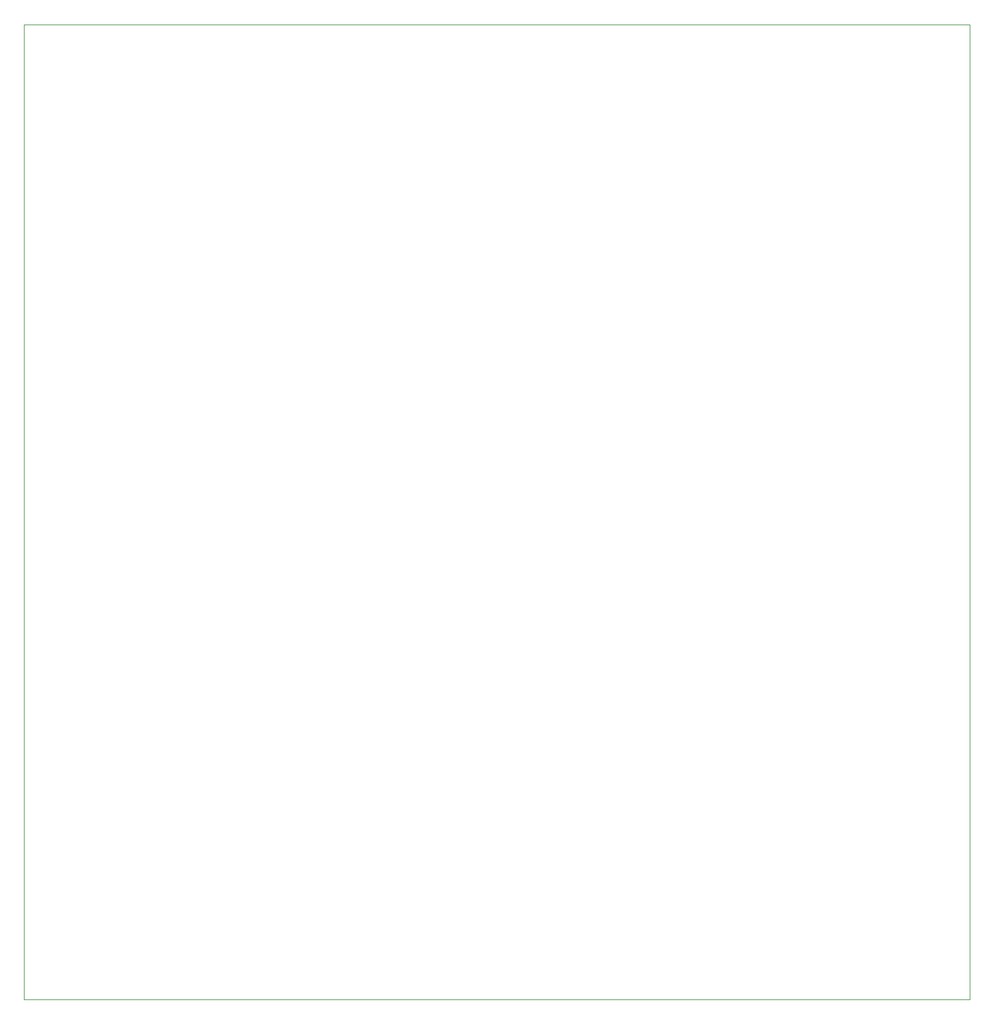
<source format=gbr>
%TF.GenerationSoftware,Altium Limited,Altium Designer,24.10.1 (45)*%
G04 Layer_Color=0*
%FSLAX45Y45*%
%MOMM*%
%TF.SameCoordinates,FE7F3FAC-07A9-46B7-8817-9A63D08EFC34*%
%TF.FilePolarity,Positive*%
%TF.FileFunction,Profile,NP*%
%TF.Part,Single*%
G01*
G75*
%TA.AperFunction,Profile*%
%ADD30C,0.02540*%
D30*
X0Y0D02*
X12725400D01*
Y13106400D01*
X0D01*
Y0D01*
%TF.MD5,8bba3847df904f23b17f433190d1fc1f*%
M02*

</source>
